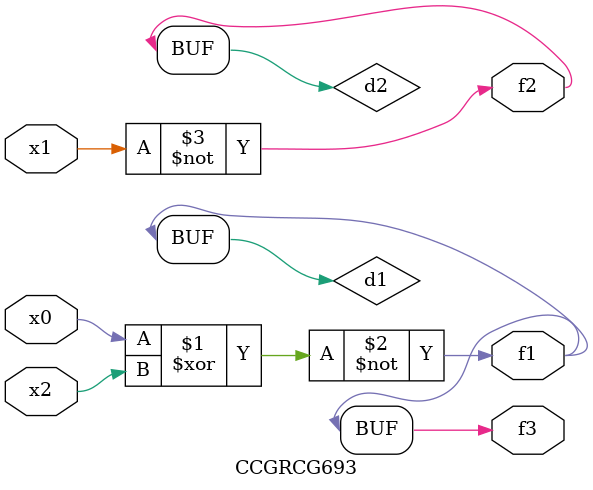
<source format=v>
module CCGRCG693(
	input x0, x1, x2,
	output f1, f2, f3
);

	wire d1, d2, d3;

	xnor (d1, x0, x2);
	nand (d2, x1);
	nor (d3, x1, x2);
	assign f1 = d1;
	assign f2 = d2;
	assign f3 = d1;
endmodule

</source>
